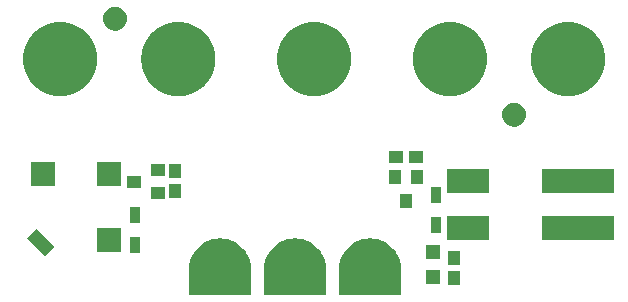
<source format=gbr>
G04 EAGLE Gerber RS-274X export*
G75*
%MOMM*%
%FSLAX34Y34*%
%LPD*%
%INSoldermask Top*%
%IPPOS*%
%AMOC8*
5,1,8,0,0,1.08239X$1,22.5*%
G01*
%ADD10C,5.367600*%
%ADD11C,1.016000*%
%ADD12R,2.101600X2.101600*%
%ADD13R,2.101600X1.101600*%
%ADD14R,1.301600X1.101600*%
%ADD15R,1.101600X1.176600*%
%ADD16R,0.901600X1.451600*%
%ADD17R,1.101600X1.301600*%
%ADD18R,1.176600X1.101600*%
%ADD19R,3.601600X2.101600*%
%ADD20R,6.101600X2.101600*%
%ADD21C,4.317600*%
%ADD22C,1.101600*%
%ADD23C,0.500000*%
%ADD24R,1.301600X1.301600*%

G36*
X330302Y2557D02*
X330302Y2557D01*
X330404Y2565D01*
X330432Y2577D01*
X330463Y2582D01*
X330555Y2626D01*
X330651Y2664D01*
X330674Y2684D01*
X330702Y2697D01*
X330777Y2767D01*
X330857Y2832D01*
X330874Y2858D01*
X330896Y2879D01*
X330947Y2968D01*
X331004Y3053D01*
X331010Y3077D01*
X331028Y3109D01*
X331086Y3369D01*
X331083Y3407D01*
X331088Y3430D01*
X331088Y24130D01*
X331082Y24169D01*
X331086Y24193D01*
X330827Y27808D01*
X330809Y27889D01*
X330809Y27934D01*
X330039Y31475D01*
X330010Y31552D01*
X330003Y31596D01*
X328737Y34992D01*
X328697Y35065D01*
X328684Y35107D01*
X326947Y38288D01*
X326897Y38354D01*
X326879Y38395D01*
X324707Y41296D01*
X324648Y41354D01*
X324624Y41392D01*
X322062Y43954D01*
X321995Y44003D01*
X321966Y44037D01*
X319065Y46209D01*
X318991Y46248D01*
X318958Y46277D01*
X315777Y48014D01*
X315699Y48043D01*
X315662Y48067D01*
X312266Y49333D01*
X312185Y49350D01*
X312145Y49369D01*
X308604Y50139D01*
X308521Y50145D01*
X308478Y50157D01*
X304863Y50416D01*
X304781Y50409D01*
X304737Y50416D01*
X301122Y50157D01*
X301041Y50139D01*
X300996Y50139D01*
X297455Y49369D01*
X297378Y49340D01*
X297334Y49333D01*
X293938Y48067D01*
X293865Y48027D01*
X293823Y48014D01*
X290642Y46277D01*
X290576Y46227D01*
X290535Y46209D01*
X287634Y44037D01*
X287576Y43978D01*
X287538Y43954D01*
X284976Y41392D01*
X284927Y41325D01*
X284893Y41296D01*
X282721Y38395D01*
X282682Y38321D01*
X282653Y38288D01*
X280916Y35107D01*
X280887Y35029D01*
X280863Y34992D01*
X279597Y31596D01*
X279580Y31515D01*
X279561Y31475D01*
X278791Y27934D01*
X278785Y27851D01*
X278773Y27808D01*
X278514Y24193D01*
X278517Y24154D01*
X278512Y24130D01*
X278512Y3430D01*
X278527Y3328D01*
X278535Y3226D01*
X278547Y3198D01*
X278552Y3167D01*
X278596Y3075D01*
X278634Y2979D01*
X278654Y2956D01*
X278667Y2928D01*
X278737Y2853D01*
X278802Y2773D01*
X278828Y2756D01*
X278849Y2734D01*
X278938Y2683D01*
X279023Y2626D01*
X279047Y2620D01*
X279079Y2602D01*
X279339Y2544D01*
X279377Y2547D01*
X279400Y2542D01*
X330200Y2542D01*
X330302Y2557D01*
G37*
G36*
X266802Y2557D02*
X266802Y2557D01*
X266904Y2565D01*
X266932Y2577D01*
X266963Y2582D01*
X267055Y2626D01*
X267151Y2664D01*
X267174Y2684D01*
X267202Y2697D01*
X267277Y2767D01*
X267357Y2832D01*
X267374Y2858D01*
X267396Y2879D01*
X267447Y2968D01*
X267504Y3053D01*
X267510Y3077D01*
X267528Y3109D01*
X267586Y3369D01*
X267583Y3407D01*
X267588Y3430D01*
X267588Y24130D01*
X267582Y24169D01*
X267586Y24193D01*
X267327Y27808D01*
X267309Y27889D01*
X267309Y27934D01*
X266539Y31475D01*
X266510Y31552D01*
X266503Y31596D01*
X265237Y34992D01*
X265197Y35065D01*
X265184Y35107D01*
X263447Y38288D01*
X263397Y38354D01*
X263379Y38395D01*
X261207Y41296D01*
X261148Y41354D01*
X261124Y41392D01*
X258562Y43954D01*
X258495Y44003D01*
X258466Y44037D01*
X255565Y46209D01*
X255491Y46248D01*
X255458Y46277D01*
X252277Y48014D01*
X252199Y48043D01*
X252162Y48067D01*
X248766Y49333D01*
X248685Y49350D01*
X248645Y49369D01*
X245104Y50139D01*
X245021Y50145D01*
X244978Y50157D01*
X241363Y50416D01*
X241281Y50409D01*
X241237Y50416D01*
X237622Y50157D01*
X237541Y50139D01*
X237496Y50139D01*
X233955Y49369D01*
X233878Y49340D01*
X233834Y49333D01*
X230438Y48067D01*
X230365Y48027D01*
X230323Y48014D01*
X227142Y46277D01*
X227076Y46227D01*
X227035Y46209D01*
X224134Y44037D01*
X224076Y43978D01*
X224038Y43954D01*
X221476Y41392D01*
X221427Y41325D01*
X221393Y41296D01*
X219221Y38395D01*
X219182Y38321D01*
X219153Y38288D01*
X217416Y35107D01*
X217387Y35029D01*
X217363Y34992D01*
X216097Y31596D01*
X216080Y31515D01*
X216061Y31475D01*
X215291Y27934D01*
X215285Y27851D01*
X215273Y27808D01*
X215014Y24193D01*
X215017Y24154D01*
X215012Y24130D01*
X215012Y3430D01*
X215027Y3328D01*
X215035Y3226D01*
X215047Y3198D01*
X215052Y3167D01*
X215096Y3075D01*
X215134Y2979D01*
X215154Y2956D01*
X215167Y2928D01*
X215237Y2853D01*
X215302Y2773D01*
X215328Y2756D01*
X215349Y2734D01*
X215438Y2683D01*
X215523Y2626D01*
X215547Y2620D01*
X215579Y2602D01*
X215839Y2544D01*
X215877Y2547D01*
X215900Y2542D01*
X266700Y2542D01*
X266802Y2557D01*
G37*
G36*
X203302Y2557D02*
X203302Y2557D01*
X203404Y2565D01*
X203432Y2577D01*
X203463Y2582D01*
X203555Y2626D01*
X203651Y2664D01*
X203674Y2684D01*
X203702Y2697D01*
X203777Y2767D01*
X203857Y2832D01*
X203874Y2858D01*
X203896Y2879D01*
X203947Y2968D01*
X204004Y3053D01*
X204010Y3077D01*
X204028Y3109D01*
X204086Y3369D01*
X204083Y3407D01*
X204088Y3430D01*
X204088Y24130D01*
X204082Y24169D01*
X204086Y24193D01*
X203827Y27808D01*
X203809Y27889D01*
X203809Y27934D01*
X203039Y31475D01*
X203010Y31552D01*
X203003Y31596D01*
X201737Y34992D01*
X201697Y35065D01*
X201684Y35107D01*
X199947Y38288D01*
X199897Y38354D01*
X199879Y38395D01*
X197707Y41296D01*
X197648Y41354D01*
X197624Y41392D01*
X195062Y43954D01*
X194995Y44003D01*
X194966Y44037D01*
X192065Y46209D01*
X191991Y46248D01*
X191958Y46277D01*
X188777Y48014D01*
X188699Y48043D01*
X188662Y48067D01*
X185266Y49333D01*
X185185Y49350D01*
X185145Y49369D01*
X181604Y50139D01*
X181521Y50145D01*
X181478Y50157D01*
X177863Y50416D01*
X177781Y50409D01*
X177737Y50416D01*
X174122Y50157D01*
X174041Y50139D01*
X173996Y50139D01*
X170455Y49369D01*
X170378Y49340D01*
X170334Y49333D01*
X166938Y48067D01*
X166865Y48027D01*
X166823Y48014D01*
X163642Y46277D01*
X163576Y46227D01*
X163535Y46209D01*
X160634Y44037D01*
X160576Y43978D01*
X160538Y43954D01*
X157976Y41392D01*
X157927Y41325D01*
X157893Y41296D01*
X155721Y38395D01*
X155682Y38321D01*
X155653Y38288D01*
X153916Y35107D01*
X153887Y35029D01*
X153863Y34992D01*
X152597Y31596D01*
X152580Y31515D01*
X152561Y31475D01*
X151791Y27934D01*
X151785Y27851D01*
X151773Y27808D01*
X151514Y24193D01*
X151517Y24154D01*
X151512Y24130D01*
X151512Y3430D01*
X151527Y3328D01*
X151535Y3226D01*
X151547Y3198D01*
X151552Y3167D01*
X151596Y3075D01*
X151634Y2979D01*
X151654Y2956D01*
X151667Y2928D01*
X151737Y2853D01*
X151802Y2773D01*
X151828Y2756D01*
X151849Y2734D01*
X151938Y2683D01*
X152023Y2626D01*
X152047Y2620D01*
X152079Y2602D01*
X152339Y2544D01*
X152377Y2547D01*
X152400Y2542D01*
X203200Y2542D01*
X203302Y2557D01*
G37*
D10*
X257429Y202080D03*
D11*
X231267Y202080D02*
X231275Y202722D01*
X231299Y203364D01*
X231338Y204005D01*
X231393Y204644D01*
X231464Y205283D01*
X231550Y205919D01*
X231652Y206553D01*
X231770Y207184D01*
X231903Y207812D01*
X232051Y208437D01*
X232215Y209058D01*
X232394Y209674D01*
X232587Y210287D01*
X232796Y210894D01*
X233020Y211496D01*
X233258Y212092D01*
X233511Y212682D01*
X233779Y213266D01*
X234060Y213843D01*
X234356Y214413D01*
X234666Y214975D01*
X234989Y215530D01*
X235326Y216077D01*
X235676Y216615D01*
X236039Y217144D01*
X236415Y217665D01*
X236804Y218176D01*
X237206Y218677D01*
X237619Y219168D01*
X238044Y219649D01*
X238481Y220120D01*
X238930Y220579D01*
X239389Y221028D01*
X239860Y221465D01*
X240341Y221890D01*
X240832Y222303D01*
X241333Y222705D01*
X241844Y223094D01*
X242365Y223470D01*
X242894Y223833D01*
X243432Y224183D01*
X243979Y224520D01*
X244534Y224843D01*
X245096Y225153D01*
X245666Y225449D01*
X246243Y225730D01*
X246827Y225998D01*
X247417Y226251D01*
X248013Y226489D01*
X248615Y226713D01*
X249222Y226922D01*
X249835Y227115D01*
X250451Y227294D01*
X251072Y227458D01*
X251697Y227606D01*
X252325Y227739D01*
X252956Y227857D01*
X253590Y227959D01*
X254226Y228045D01*
X254865Y228116D01*
X255504Y228171D01*
X256145Y228210D01*
X256787Y228234D01*
X257429Y228242D01*
X258071Y228234D01*
X258713Y228210D01*
X259354Y228171D01*
X259993Y228116D01*
X260632Y228045D01*
X261268Y227959D01*
X261902Y227857D01*
X262533Y227739D01*
X263161Y227606D01*
X263786Y227458D01*
X264407Y227294D01*
X265023Y227115D01*
X265636Y226922D01*
X266243Y226713D01*
X266845Y226489D01*
X267441Y226251D01*
X268031Y225998D01*
X268615Y225730D01*
X269192Y225449D01*
X269762Y225153D01*
X270324Y224843D01*
X270879Y224520D01*
X271426Y224183D01*
X271964Y223833D01*
X272493Y223470D01*
X273014Y223094D01*
X273525Y222705D01*
X274026Y222303D01*
X274517Y221890D01*
X274998Y221465D01*
X275469Y221028D01*
X275928Y220579D01*
X276377Y220120D01*
X276814Y219649D01*
X277239Y219168D01*
X277652Y218677D01*
X278054Y218176D01*
X278443Y217665D01*
X278819Y217144D01*
X279182Y216615D01*
X279532Y216077D01*
X279869Y215530D01*
X280192Y214975D01*
X280502Y214413D01*
X280798Y213843D01*
X281079Y213266D01*
X281347Y212682D01*
X281600Y212092D01*
X281838Y211496D01*
X282062Y210894D01*
X282271Y210287D01*
X282464Y209674D01*
X282643Y209058D01*
X282807Y208437D01*
X282955Y207812D01*
X283088Y207184D01*
X283206Y206553D01*
X283308Y205919D01*
X283394Y205283D01*
X283465Y204644D01*
X283520Y204005D01*
X283559Y203364D01*
X283583Y202722D01*
X283591Y202080D01*
X283583Y201438D01*
X283559Y200796D01*
X283520Y200155D01*
X283465Y199516D01*
X283394Y198877D01*
X283308Y198241D01*
X283206Y197607D01*
X283088Y196976D01*
X282955Y196348D01*
X282807Y195723D01*
X282643Y195102D01*
X282464Y194486D01*
X282271Y193873D01*
X282062Y193266D01*
X281838Y192664D01*
X281600Y192068D01*
X281347Y191478D01*
X281079Y190894D01*
X280798Y190317D01*
X280502Y189747D01*
X280192Y189185D01*
X279869Y188630D01*
X279532Y188083D01*
X279182Y187545D01*
X278819Y187016D01*
X278443Y186495D01*
X278054Y185984D01*
X277652Y185483D01*
X277239Y184992D01*
X276814Y184511D01*
X276377Y184040D01*
X275928Y183581D01*
X275469Y183132D01*
X274998Y182695D01*
X274517Y182270D01*
X274026Y181857D01*
X273525Y181455D01*
X273014Y181066D01*
X272493Y180690D01*
X271964Y180327D01*
X271426Y179977D01*
X270879Y179640D01*
X270324Y179317D01*
X269762Y179007D01*
X269192Y178711D01*
X268615Y178430D01*
X268031Y178162D01*
X267441Y177909D01*
X266845Y177671D01*
X266243Y177447D01*
X265636Y177238D01*
X265023Y177045D01*
X264407Y176866D01*
X263786Y176702D01*
X263161Y176554D01*
X262533Y176421D01*
X261902Y176303D01*
X261268Y176201D01*
X260632Y176115D01*
X259993Y176044D01*
X259354Y175989D01*
X258713Y175950D01*
X258071Y175926D01*
X257429Y175918D01*
X256787Y175926D01*
X256145Y175950D01*
X255504Y175989D01*
X254865Y176044D01*
X254226Y176115D01*
X253590Y176201D01*
X252956Y176303D01*
X252325Y176421D01*
X251697Y176554D01*
X251072Y176702D01*
X250451Y176866D01*
X249835Y177045D01*
X249222Y177238D01*
X248615Y177447D01*
X248013Y177671D01*
X247417Y177909D01*
X246827Y178162D01*
X246243Y178430D01*
X245666Y178711D01*
X245096Y179007D01*
X244534Y179317D01*
X243979Y179640D01*
X243432Y179977D01*
X242894Y180327D01*
X242365Y180690D01*
X241844Y181066D01*
X241333Y181455D01*
X240832Y181857D01*
X240341Y182270D01*
X239860Y182695D01*
X239389Y183132D01*
X238930Y183581D01*
X238481Y184040D01*
X238044Y184511D01*
X237619Y184992D01*
X237206Y185483D01*
X236804Y185984D01*
X236415Y186495D01*
X236039Y187016D01*
X235676Y187545D01*
X235326Y188083D01*
X234989Y188630D01*
X234666Y189185D01*
X234356Y189747D01*
X234060Y190317D01*
X233779Y190894D01*
X233511Y191478D01*
X233258Y192068D01*
X233020Y192664D01*
X232796Y193266D01*
X232587Y193873D01*
X232394Y194486D01*
X232215Y195102D01*
X232051Y195723D01*
X231903Y196348D01*
X231770Y196976D01*
X231652Y197607D01*
X231550Y198241D01*
X231464Y198877D01*
X231393Y199516D01*
X231338Y200155D01*
X231299Y200796D01*
X231275Y201438D01*
X231267Y202080D01*
D10*
X142429Y202080D03*
D11*
X116267Y202080D02*
X116275Y202722D01*
X116299Y203364D01*
X116338Y204005D01*
X116393Y204644D01*
X116464Y205283D01*
X116550Y205919D01*
X116652Y206553D01*
X116770Y207184D01*
X116903Y207812D01*
X117051Y208437D01*
X117215Y209058D01*
X117394Y209674D01*
X117587Y210287D01*
X117796Y210894D01*
X118020Y211496D01*
X118258Y212092D01*
X118511Y212682D01*
X118779Y213266D01*
X119060Y213843D01*
X119356Y214413D01*
X119666Y214975D01*
X119989Y215530D01*
X120326Y216077D01*
X120676Y216615D01*
X121039Y217144D01*
X121415Y217665D01*
X121804Y218176D01*
X122206Y218677D01*
X122619Y219168D01*
X123044Y219649D01*
X123481Y220120D01*
X123930Y220579D01*
X124389Y221028D01*
X124860Y221465D01*
X125341Y221890D01*
X125832Y222303D01*
X126333Y222705D01*
X126844Y223094D01*
X127365Y223470D01*
X127894Y223833D01*
X128432Y224183D01*
X128979Y224520D01*
X129534Y224843D01*
X130096Y225153D01*
X130666Y225449D01*
X131243Y225730D01*
X131827Y225998D01*
X132417Y226251D01*
X133013Y226489D01*
X133615Y226713D01*
X134222Y226922D01*
X134835Y227115D01*
X135451Y227294D01*
X136072Y227458D01*
X136697Y227606D01*
X137325Y227739D01*
X137956Y227857D01*
X138590Y227959D01*
X139226Y228045D01*
X139865Y228116D01*
X140504Y228171D01*
X141145Y228210D01*
X141787Y228234D01*
X142429Y228242D01*
X143071Y228234D01*
X143713Y228210D01*
X144354Y228171D01*
X144993Y228116D01*
X145632Y228045D01*
X146268Y227959D01*
X146902Y227857D01*
X147533Y227739D01*
X148161Y227606D01*
X148786Y227458D01*
X149407Y227294D01*
X150023Y227115D01*
X150636Y226922D01*
X151243Y226713D01*
X151845Y226489D01*
X152441Y226251D01*
X153031Y225998D01*
X153615Y225730D01*
X154192Y225449D01*
X154762Y225153D01*
X155324Y224843D01*
X155879Y224520D01*
X156426Y224183D01*
X156964Y223833D01*
X157493Y223470D01*
X158014Y223094D01*
X158525Y222705D01*
X159026Y222303D01*
X159517Y221890D01*
X159998Y221465D01*
X160469Y221028D01*
X160928Y220579D01*
X161377Y220120D01*
X161814Y219649D01*
X162239Y219168D01*
X162652Y218677D01*
X163054Y218176D01*
X163443Y217665D01*
X163819Y217144D01*
X164182Y216615D01*
X164532Y216077D01*
X164869Y215530D01*
X165192Y214975D01*
X165502Y214413D01*
X165798Y213843D01*
X166079Y213266D01*
X166347Y212682D01*
X166600Y212092D01*
X166838Y211496D01*
X167062Y210894D01*
X167271Y210287D01*
X167464Y209674D01*
X167643Y209058D01*
X167807Y208437D01*
X167955Y207812D01*
X168088Y207184D01*
X168206Y206553D01*
X168308Y205919D01*
X168394Y205283D01*
X168465Y204644D01*
X168520Y204005D01*
X168559Y203364D01*
X168583Y202722D01*
X168591Y202080D01*
X168583Y201438D01*
X168559Y200796D01*
X168520Y200155D01*
X168465Y199516D01*
X168394Y198877D01*
X168308Y198241D01*
X168206Y197607D01*
X168088Y196976D01*
X167955Y196348D01*
X167807Y195723D01*
X167643Y195102D01*
X167464Y194486D01*
X167271Y193873D01*
X167062Y193266D01*
X166838Y192664D01*
X166600Y192068D01*
X166347Y191478D01*
X166079Y190894D01*
X165798Y190317D01*
X165502Y189747D01*
X165192Y189185D01*
X164869Y188630D01*
X164532Y188083D01*
X164182Y187545D01*
X163819Y187016D01*
X163443Y186495D01*
X163054Y185984D01*
X162652Y185483D01*
X162239Y184992D01*
X161814Y184511D01*
X161377Y184040D01*
X160928Y183581D01*
X160469Y183132D01*
X159998Y182695D01*
X159517Y182270D01*
X159026Y181857D01*
X158525Y181455D01*
X158014Y181066D01*
X157493Y180690D01*
X156964Y180327D01*
X156426Y179977D01*
X155879Y179640D01*
X155324Y179317D01*
X154762Y179007D01*
X154192Y178711D01*
X153615Y178430D01*
X153031Y178162D01*
X152441Y177909D01*
X151845Y177671D01*
X151243Y177447D01*
X150636Y177238D01*
X150023Y177045D01*
X149407Y176866D01*
X148786Y176702D01*
X148161Y176554D01*
X147533Y176421D01*
X146902Y176303D01*
X146268Y176201D01*
X145632Y176115D01*
X144993Y176044D01*
X144354Y175989D01*
X143713Y175950D01*
X143071Y175926D01*
X142429Y175918D01*
X141787Y175926D01*
X141145Y175950D01*
X140504Y175989D01*
X139865Y176044D01*
X139226Y176115D01*
X138590Y176201D01*
X137956Y176303D01*
X137325Y176421D01*
X136697Y176554D01*
X136072Y176702D01*
X135451Y176866D01*
X134835Y177045D01*
X134222Y177238D01*
X133615Y177447D01*
X133013Y177671D01*
X132417Y177909D01*
X131827Y178162D01*
X131243Y178430D01*
X130666Y178711D01*
X130096Y179007D01*
X129534Y179317D01*
X128979Y179640D01*
X128432Y179977D01*
X127894Y180327D01*
X127365Y180690D01*
X126844Y181066D01*
X126333Y181455D01*
X125832Y181857D01*
X125341Y182270D01*
X124860Y182695D01*
X124389Y183132D01*
X123930Y183581D01*
X123481Y184040D01*
X123044Y184511D01*
X122619Y184992D01*
X122206Y185483D01*
X121804Y185984D01*
X121415Y186495D01*
X121039Y187016D01*
X120676Y187545D01*
X120326Y188083D01*
X119989Y188630D01*
X119666Y189185D01*
X119356Y189747D01*
X119060Y190317D01*
X118779Y190894D01*
X118511Y191478D01*
X118258Y192068D01*
X118020Y192664D01*
X117796Y193266D01*
X117587Y193873D01*
X117394Y194486D01*
X117215Y195102D01*
X117051Y195723D01*
X116903Y196348D01*
X116770Y196976D01*
X116652Y197607D01*
X116550Y198241D01*
X116464Y198877D01*
X116393Y199516D01*
X116338Y200155D01*
X116299Y200796D01*
X116275Y201438D01*
X116267Y202080D01*
D10*
X372429Y202080D03*
D11*
X346267Y202080D02*
X346275Y202722D01*
X346299Y203364D01*
X346338Y204005D01*
X346393Y204644D01*
X346464Y205283D01*
X346550Y205919D01*
X346652Y206553D01*
X346770Y207184D01*
X346903Y207812D01*
X347051Y208437D01*
X347215Y209058D01*
X347394Y209674D01*
X347587Y210287D01*
X347796Y210894D01*
X348020Y211496D01*
X348258Y212092D01*
X348511Y212682D01*
X348779Y213266D01*
X349060Y213843D01*
X349356Y214413D01*
X349666Y214975D01*
X349989Y215530D01*
X350326Y216077D01*
X350676Y216615D01*
X351039Y217144D01*
X351415Y217665D01*
X351804Y218176D01*
X352206Y218677D01*
X352619Y219168D01*
X353044Y219649D01*
X353481Y220120D01*
X353930Y220579D01*
X354389Y221028D01*
X354860Y221465D01*
X355341Y221890D01*
X355832Y222303D01*
X356333Y222705D01*
X356844Y223094D01*
X357365Y223470D01*
X357894Y223833D01*
X358432Y224183D01*
X358979Y224520D01*
X359534Y224843D01*
X360096Y225153D01*
X360666Y225449D01*
X361243Y225730D01*
X361827Y225998D01*
X362417Y226251D01*
X363013Y226489D01*
X363615Y226713D01*
X364222Y226922D01*
X364835Y227115D01*
X365451Y227294D01*
X366072Y227458D01*
X366697Y227606D01*
X367325Y227739D01*
X367956Y227857D01*
X368590Y227959D01*
X369226Y228045D01*
X369865Y228116D01*
X370504Y228171D01*
X371145Y228210D01*
X371787Y228234D01*
X372429Y228242D01*
X373071Y228234D01*
X373713Y228210D01*
X374354Y228171D01*
X374993Y228116D01*
X375632Y228045D01*
X376268Y227959D01*
X376902Y227857D01*
X377533Y227739D01*
X378161Y227606D01*
X378786Y227458D01*
X379407Y227294D01*
X380023Y227115D01*
X380636Y226922D01*
X381243Y226713D01*
X381845Y226489D01*
X382441Y226251D01*
X383031Y225998D01*
X383615Y225730D01*
X384192Y225449D01*
X384762Y225153D01*
X385324Y224843D01*
X385879Y224520D01*
X386426Y224183D01*
X386964Y223833D01*
X387493Y223470D01*
X388014Y223094D01*
X388525Y222705D01*
X389026Y222303D01*
X389517Y221890D01*
X389998Y221465D01*
X390469Y221028D01*
X390928Y220579D01*
X391377Y220120D01*
X391814Y219649D01*
X392239Y219168D01*
X392652Y218677D01*
X393054Y218176D01*
X393443Y217665D01*
X393819Y217144D01*
X394182Y216615D01*
X394532Y216077D01*
X394869Y215530D01*
X395192Y214975D01*
X395502Y214413D01*
X395798Y213843D01*
X396079Y213266D01*
X396347Y212682D01*
X396600Y212092D01*
X396838Y211496D01*
X397062Y210894D01*
X397271Y210287D01*
X397464Y209674D01*
X397643Y209058D01*
X397807Y208437D01*
X397955Y207812D01*
X398088Y207184D01*
X398206Y206553D01*
X398308Y205919D01*
X398394Y205283D01*
X398465Y204644D01*
X398520Y204005D01*
X398559Y203364D01*
X398583Y202722D01*
X398591Y202080D01*
X398583Y201438D01*
X398559Y200796D01*
X398520Y200155D01*
X398465Y199516D01*
X398394Y198877D01*
X398308Y198241D01*
X398206Y197607D01*
X398088Y196976D01*
X397955Y196348D01*
X397807Y195723D01*
X397643Y195102D01*
X397464Y194486D01*
X397271Y193873D01*
X397062Y193266D01*
X396838Y192664D01*
X396600Y192068D01*
X396347Y191478D01*
X396079Y190894D01*
X395798Y190317D01*
X395502Y189747D01*
X395192Y189185D01*
X394869Y188630D01*
X394532Y188083D01*
X394182Y187545D01*
X393819Y187016D01*
X393443Y186495D01*
X393054Y185984D01*
X392652Y185483D01*
X392239Y184992D01*
X391814Y184511D01*
X391377Y184040D01*
X390928Y183581D01*
X390469Y183132D01*
X389998Y182695D01*
X389517Y182270D01*
X389026Y181857D01*
X388525Y181455D01*
X388014Y181066D01*
X387493Y180690D01*
X386964Y180327D01*
X386426Y179977D01*
X385879Y179640D01*
X385324Y179317D01*
X384762Y179007D01*
X384192Y178711D01*
X383615Y178430D01*
X383031Y178162D01*
X382441Y177909D01*
X381845Y177671D01*
X381243Y177447D01*
X380636Y177238D01*
X380023Y177045D01*
X379407Y176866D01*
X378786Y176702D01*
X378161Y176554D01*
X377533Y176421D01*
X376902Y176303D01*
X376268Y176201D01*
X375632Y176115D01*
X374993Y176044D01*
X374354Y175989D01*
X373713Y175950D01*
X373071Y175926D01*
X372429Y175918D01*
X371787Y175926D01*
X371145Y175950D01*
X370504Y175989D01*
X369865Y176044D01*
X369226Y176115D01*
X368590Y176201D01*
X367956Y176303D01*
X367325Y176421D01*
X366697Y176554D01*
X366072Y176702D01*
X365451Y176866D01*
X364835Y177045D01*
X364222Y177238D01*
X363615Y177447D01*
X363013Y177671D01*
X362417Y177909D01*
X361827Y178162D01*
X361243Y178430D01*
X360666Y178711D01*
X360096Y179007D01*
X359534Y179317D01*
X358979Y179640D01*
X358432Y179977D01*
X357894Y180327D01*
X357365Y180690D01*
X356844Y181066D01*
X356333Y181455D01*
X355832Y181857D01*
X355341Y182270D01*
X354860Y182695D01*
X354389Y183132D01*
X353930Y183581D01*
X353481Y184040D01*
X353044Y184511D01*
X352619Y184992D01*
X352206Y185483D01*
X351804Y185984D01*
X351415Y186495D01*
X351039Y187016D01*
X350676Y187545D01*
X350326Y188083D01*
X349989Y188630D01*
X349666Y189185D01*
X349356Y189747D01*
X349060Y190317D01*
X348779Y190894D01*
X348511Y191478D01*
X348258Y192068D01*
X348020Y192664D01*
X347796Y193266D01*
X347587Y193873D01*
X347394Y194486D01*
X347215Y195102D01*
X347051Y195723D01*
X346903Y196348D01*
X346770Y196976D01*
X346652Y197607D01*
X346550Y198241D01*
X346464Y198877D01*
X346393Y199516D01*
X346338Y200155D01*
X346299Y200796D01*
X346275Y201438D01*
X346267Y202080D01*
D10*
X42429Y202080D03*
D11*
X16267Y202080D02*
X16275Y202722D01*
X16299Y203364D01*
X16338Y204005D01*
X16393Y204644D01*
X16464Y205283D01*
X16550Y205919D01*
X16652Y206553D01*
X16770Y207184D01*
X16903Y207812D01*
X17051Y208437D01*
X17215Y209058D01*
X17394Y209674D01*
X17587Y210287D01*
X17796Y210894D01*
X18020Y211496D01*
X18258Y212092D01*
X18511Y212682D01*
X18779Y213266D01*
X19060Y213843D01*
X19356Y214413D01*
X19666Y214975D01*
X19989Y215530D01*
X20326Y216077D01*
X20676Y216615D01*
X21039Y217144D01*
X21415Y217665D01*
X21804Y218176D01*
X22206Y218677D01*
X22619Y219168D01*
X23044Y219649D01*
X23481Y220120D01*
X23930Y220579D01*
X24389Y221028D01*
X24860Y221465D01*
X25341Y221890D01*
X25832Y222303D01*
X26333Y222705D01*
X26844Y223094D01*
X27365Y223470D01*
X27894Y223833D01*
X28432Y224183D01*
X28979Y224520D01*
X29534Y224843D01*
X30096Y225153D01*
X30666Y225449D01*
X31243Y225730D01*
X31827Y225998D01*
X32417Y226251D01*
X33013Y226489D01*
X33615Y226713D01*
X34222Y226922D01*
X34835Y227115D01*
X35451Y227294D01*
X36072Y227458D01*
X36697Y227606D01*
X37325Y227739D01*
X37956Y227857D01*
X38590Y227959D01*
X39226Y228045D01*
X39865Y228116D01*
X40504Y228171D01*
X41145Y228210D01*
X41787Y228234D01*
X42429Y228242D01*
X43071Y228234D01*
X43713Y228210D01*
X44354Y228171D01*
X44993Y228116D01*
X45632Y228045D01*
X46268Y227959D01*
X46902Y227857D01*
X47533Y227739D01*
X48161Y227606D01*
X48786Y227458D01*
X49407Y227294D01*
X50023Y227115D01*
X50636Y226922D01*
X51243Y226713D01*
X51845Y226489D01*
X52441Y226251D01*
X53031Y225998D01*
X53615Y225730D01*
X54192Y225449D01*
X54762Y225153D01*
X55324Y224843D01*
X55879Y224520D01*
X56426Y224183D01*
X56964Y223833D01*
X57493Y223470D01*
X58014Y223094D01*
X58525Y222705D01*
X59026Y222303D01*
X59517Y221890D01*
X59998Y221465D01*
X60469Y221028D01*
X60928Y220579D01*
X61377Y220120D01*
X61814Y219649D01*
X62239Y219168D01*
X62652Y218677D01*
X63054Y218176D01*
X63443Y217665D01*
X63819Y217144D01*
X64182Y216615D01*
X64532Y216077D01*
X64869Y215530D01*
X65192Y214975D01*
X65502Y214413D01*
X65798Y213843D01*
X66079Y213266D01*
X66347Y212682D01*
X66600Y212092D01*
X66838Y211496D01*
X67062Y210894D01*
X67271Y210287D01*
X67464Y209674D01*
X67643Y209058D01*
X67807Y208437D01*
X67955Y207812D01*
X68088Y207184D01*
X68206Y206553D01*
X68308Y205919D01*
X68394Y205283D01*
X68465Y204644D01*
X68520Y204005D01*
X68559Y203364D01*
X68583Y202722D01*
X68591Y202080D01*
X68583Y201438D01*
X68559Y200796D01*
X68520Y200155D01*
X68465Y199516D01*
X68394Y198877D01*
X68308Y198241D01*
X68206Y197607D01*
X68088Y196976D01*
X67955Y196348D01*
X67807Y195723D01*
X67643Y195102D01*
X67464Y194486D01*
X67271Y193873D01*
X67062Y193266D01*
X66838Y192664D01*
X66600Y192068D01*
X66347Y191478D01*
X66079Y190894D01*
X65798Y190317D01*
X65502Y189747D01*
X65192Y189185D01*
X64869Y188630D01*
X64532Y188083D01*
X64182Y187545D01*
X63819Y187016D01*
X63443Y186495D01*
X63054Y185984D01*
X62652Y185483D01*
X62239Y184992D01*
X61814Y184511D01*
X61377Y184040D01*
X60928Y183581D01*
X60469Y183132D01*
X59998Y182695D01*
X59517Y182270D01*
X59026Y181857D01*
X58525Y181455D01*
X58014Y181066D01*
X57493Y180690D01*
X56964Y180327D01*
X56426Y179977D01*
X55879Y179640D01*
X55324Y179317D01*
X54762Y179007D01*
X54192Y178711D01*
X53615Y178430D01*
X53031Y178162D01*
X52441Y177909D01*
X51845Y177671D01*
X51243Y177447D01*
X50636Y177238D01*
X50023Y177045D01*
X49407Y176866D01*
X48786Y176702D01*
X48161Y176554D01*
X47533Y176421D01*
X46902Y176303D01*
X46268Y176201D01*
X45632Y176115D01*
X44993Y176044D01*
X44354Y175989D01*
X43713Y175950D01*
X43071Y175926D01*
X42429Y175918D01*
X41787Y175926D01*
X41145Y175950D01*
X40504Y175989D01*
X39865Y176044D01*
X39226Y176115D01*
X38590Y176201D01*
X37956Y176303D01*
X37325Y176421D01*
X36697Y176554D01*
X36072Y176702D01*
X35451Y176866D01*
X34835Y177045D01*
X34222Y177238D01*
X33615Y177447D01*
X33013Y177671D01*
X32417Y177909D01*
X31827Y178162D01*
X31243Y178430D01*
X30666Y178711D01*
X30096Y179007D01*
X29534Y179317D01*
X28979Y179640D01*
X28432Y179977D01*
X27894Y180327D01*
X27365Y180690D01*
X26844Y181066D01*
X26333Y181455D01*
X25832Y181857D01*
X25341Y182270D01*
X24860Y182695D01*
X24389Y183132D01*
X23930Y183581D01*
X23481Y184040D01*
X23044Y184511D01*
X22619Y184992D01*
X22206Y185483D01*
X21804Y185984D01*
X21415Y186495D01*
X21039Y187016D01*
X20676Y187545D01*
X20326Y188083D01*
X19989Y188630D01*
X19666Y189185D01*
X19356Y189747D01*
X19060Y190317D01*
X18779Y190894D01*
X18511Y191478D01*
X18258Y192068D01*
X18020Y192664D01*
X17796Y193266D01*
X17587Y193873D01*
X17394Y194486D01*
X17215Y195102D01*
X17051Y195723D01*
X16903Y196348D01*
X16770Y196976D01*
X16652Y197607D01*
X16550Y198241D01*
X16464Y198877D01*
X16393Y199516D01*
X16338Y200155D01*
X16299Y200796D01*
X16275Y201438D01*
X16267Y202080D01*
D10*
X472429Y202080D03*
D11*
X446267Y202080D02*
X446275Y202722D01*
X446299Y203364D01*
X446338Y204005D01*
X446393Y204644D01*
X446464Y205283D01*
X446550Y205919D01*
X446652Y206553D01*
X446770Y207184D01*
X446903Y207812D01*
X447051Y208437D01*
X447215Y209058D01*
X447394Y209674D01*
X447587Y210287D01*
X447796Y210894D01*
X448020Y211496D01*
X448258Y212092D01*
X448511Y212682D01*
X448779Y213266D01*
X449060Y213843D01*
X449356Y214413D01*
X449666Y214975D01*
X449989Y215530D01*
X450326Y216077D01*
X450676Y216615D01*
X451039Y217144D01*
X451415Y217665D01*
X451804Y218176D01*
X452206Y218677D01*
X452619Y219168D01*
X453044Y219649D01*
X453481Y220120D01*
X453930Y220579D01*
X454389Y221028D01*
X454860Y221465D01*
X455341Y221890D01*
X455832Y222303D01*
X456333Y222705D01*
X456844Y223094D01*
X457365Y223470D01*
X457894Y223833D01*
X458432Y224183D01*
X458979Y224520D01*
X459534Y224843D01*
X460096Y225153D01*
X460666Y225449D01*
X461243Y225730D01*
X461827Y225998D01*
X462417Y226251D01*
X463013Y226489D01*
X463615Y226713D01*
X464222Y226922D01*
X464835Y227115D01*
X465451Y227294D01*
X466072Y227458D01*
X466697Y227606D01*
X467325Y227739D01*
X467956Y227857D01*
X468590Y227959D01*
X469226Y228045D01*
X469865Y228116D01*
X470504Y228171D01*
X471145Y228210D01*
X471787Y228234D01*
X472429Y228242D01*
X473071Y228234D01*
X473713Y228210D01*
X474354Y228171D01*
X474993Y228116D01*
X475632Y228045D01*
X476268Y227959D01*
X476902Y227857D01*
X477533Y227739D01*
X478161Y227606D01*
X478786Y227458D01*
X479407Y227294D01*
X480023Y227115D01*
X480636Y226922D01*
X481243Y226713D01*
X481845Y226489D01*
X482441Y226251D01*
X483031Y225998D01*
X483615Y225730D01*
X484192Y225449D01*
X484762Y225153D01*
X485324Y224843D01*
X485879Y224520D01*
X486426Y224183D01*
X486964Y223833D01*
X487493Y223470D01*
X488014Y223094D01*
X488525Y222705D01*
X489026Y222303D01*
X489517Y221890D01*
X489998Y221465D01*
X490469Y221028D01*
X490928Y220579D01*
X491377Y220120D01*
X491814Y219649D01*
X492239Y219168D01*
X492652Y218677D01*
X493054Y218176D01*
X493443Y217665D01*
X493819Y217144D01*
X494182Y216615D01*
X494532Y216077D01*
X494869Y215530D01*
X495192Y214975D01*
X495502Y214413D01*
X495798Y213843D01*
X496079Y213266D01*
X496347Y212682D01*
X496600Y212092D01*
X496838Y211496D01*
X497062Y210894D01*
X497271Y210287D01*
X497464Y209674D01*
X497643Y209058D01*
X497807Y208437D01*
X497955Y207812D01*
X498088Y207184D01*
X498206Y206553D01*
X498308Y205919D01*
X498394Y205283D01*
X498465Y204644D01*
X498520Y204005D01*
X498559Y203364D01*
X498583Y202722D01*
X498591Y202080D01*
X498583Y201438D01*
X498559Y200796D01*
X498520Y200155D01*
X498465Y199516D01*
X498394Y198877D01*
X498308Y198241D01*
X498206Y197607D01*
X498088Y196976D01*
X497955Y196348D01*
X497807Y195723D01*
X497643Y195102D01*
X497464Y194486D01*
X497271Y193873D01*
X497062Y193266D01*
X496838Y192664D01*
X496600Y192068D01*
X496347Y191478D01*
X496079Y190894D01*
X495798Y190317D01*
X495502Y189747D01*
X495192Y189185D01*
X494869Y188630D01*
X494532Y188083D01*
X494182Y187545D01*
X493819Y187016D01*
X493443Y186495D01*
X493054Y185984D01*
X492652Y185483D01*
X492239Y184992D01*
X491814Y184511D01*
X491377Y184040D01*
X490928Y183581D01*
X490469Y183132D01*
X489998Y182695D01*
X489517Y182270D01*
X489026Y181857D01*
X488525Y181455D01*
X488014Y181066D01*
X487493Y180690D01*
X486964Y180327D01*
X486426Y179977D01*
X485879Y179640D01*
X485324Y179317D01*
X484762Y179007D01*
X484192Y178711D01*
X483615Y178430D01*
X483031Y178162D01*
X482441Y177909D01*
X481845Y177671D01*
X481243Y177447D01*
X480636Y177238D01*
X480023Y177045D01*
X479407Y176866D01*
X478786Y176702D01*
X478161Y176554D01*
X477533Y176421D01*
X476902Y176303D01*
X476268Y176201D01*
X475632Y176115D01*
X474993Y176044D01*
X474354Y175989D01*
X473713Y175950D01*
X473071Y175926D01*
X472429Y175918D01*
X471787Y175926D01*
X471145Y175950D01*
X470504Y175989D01*
X469865Y176044D01*
X469226Y176115D01*
X468590Y176201D01*
X467956Y176303D01*
X467325Y176421D01*
X466697Y176554D01*
X466072Y176702D01*
X465451Y176866D01*
X464835Y177045D01*
X464222Y177238D01*
X463615Y177447D01*
X463013Y177671D01*
X462417Y177909D01*
X461827Y178162D01*
X461243Y178430D01*
X460666Y178711D01*
X460096Y179007D01*
X459534Y179317D01*
X458979Y179640D01*
X458432Y179977D01*
X457894Y180327D01*
X457365Y180690D01*
X456844Y181066D01*
X456333Y181455D01*
X455832Y181857D01*
X455341Y182270D01*
X454860Y182695D01*
X454389Y183132D01*
X453930Y183581D01*
X453481Y184040D01*
X453044Y184511D01*
X452619Y184992D01*
X452206Y185483D01*
X451804Y185984D01*
X451415Y186495D01*
X451039Y187016D01*
X450676Y187545D01*
X450326Y188083D01*
X449989Y188630D01*
X449666Y189185D01*
X449356Y189747D01*
X449060Y190317D01*
X448779Y190894D01*
X448511Y191478D01*
X448258Y192068D01*
X448020Y192664D01*
X447796Y193266D01*
X447587Y193873D01*
X447394Y194486D01*
X447215Y195102D01*
X447051Y195723D01*
X446903Y196348D01*
X446770Y196976D01*
X446652Y197607D01*
X446550Y198241D01*
X446464Y198877D01*
X446393Y199516D01*
X446338Y200155D01*
X446299Y200796D01*
X446275Y201438D01*
X446267Y202080D01*
D12*
X28007Y104708D03*
X84007Y104708D03*
X84007Y48708D03*
D13*
G36*
X22472Y58033D02*
X37332Y43173D01*
X29542Y35383D01*
X14682Y50243D01*
X22472Y58033D01*
G37*
D14*
X105189Y98298D03*
X125189Y107798D03*
X125189Y88798D03*
D15*
X139954Y90179D03*
X139954Y107179D03*
D16*
X105410Y45085D03*
X105410Y70485D03*
D17*
X335280Y82329D03*
X325780Y102329D03*
X344780Y102329D03*
D18*
X344034Y119380D03*
X327034Y119380D03*
D16*
X360934Y87249D03*
X360934Y61849D03*
D19*
X388090Y98740D03*
D20*
X480590Y98740D03*
D19*
X388090Y58740D03*
D20*
X480590Y58740D03*
D21*
X177800Y27940D03*
X241300Y27940D03*
X304800Y27940D03*
D22*
X88900Y236220D03*
D23*
X88900Y243720D02*
X88719Y243718D01*
X88538Y243711D01*
X88357Y243700D01*
X88176Y243685D01*
X87996Y243665D01*
X87816Y243641D01*
X87637Y243613D01*
X87459Y243580D01*
X87282Y243543D01*
X87105Y243502D01*
X86930Y243457D01*
X86755Y243407D01*
X86582Y243353D01*
X86411Y243295D01*
X86240Y243233D01*
X86072Y243166D01*
X85905Y243096D01*
X85739Y243022D01*
X85576Y242943D01*
X85415Y242861D01*
X85255Y242775D01*
X85098Y242685D01*
X84943Y242591D01*
X84790Y242494D01*
X84640Y242392D01*
X84492Y242288D01*
X84346Y242179D01*
X84204Y242068D01*
X84064Y241952D01*
X83927Y241834D01*
X83792Y241712D01*
X83661Y241587D01*
X83533Y241459D01*
X83408Y241328D01*
X83286Y241193D01*
X83168Y241056D01*
X83052Y240916D01*
X82941Y240774D01*
X82832Y240628D01*
X82728Y240480D01*
X82626Y240330D01*
X82529Y240177D01*
X82435Y240022D01*
X82345Y239865D01*
X82259Y239705D01*
X82177Y239544D01*
X82098Y239381D01*
X82024Y239215D01*
X81954Y239048D01*
X81887Y238880D01*
X81825Y238709D01*
X81767Y238538D01*
X81713Y238365D01*
X81663Y238190D01*
X81618Y238015D01*
X81577Y237838D01*
X81540Y237661D01*
X81507Y237483D01*
X81479Y237304D01*
X81455Y237124D01*
X81435Y236944D01*
X81420Y236763D01*
X81409Y236582D01*
X81402Y236401D01*
X81400Y236220D01*
X88900Y243720D02*
X89081Y243718D01*
X89262Y243711D01*
X89443Y243700D01*
X89624Y243685D01*
X89804Y243665D01*
X89984Y243641D01*
X90163Y243613D01*
X90341Y243580D01*
X90518Y243543D01*
X90695Y243502D01*
X90870Y243457D01*
X91045Y243407D01*
X91218Y243353D01*
X91389Y243295D01*
X91560Y243233D01*
X91728Y243166D01*
X91895Y243096D01*
X92061Y243022D01*
X92224Y242943D01*
X92385Y242861D01*
X92545Y242775D01*
X92702Y242685D01*
X92857Y242591D01*
X93010Y242494D01*
X93160Y242392D01*
X93308Y242288D01*
X93454Y242179D01*
X93596Y242068D01*
X93736Y241952D01*
X93873Y241834D01*
X94008Y241712D01*
X94139Y241587D01*
X94267Y241459D01*
X94392Y241328D01*
X94514Y241193D01*
X94632Y241056D01*
X94748Y240916D01*
X94859Y240774D01*
X94968Y240628D01*
X95072Y240480D01*
X95174Y240330D01*
X95271Y240177D01*
X95365Y240022D01*
X95455Y239865D01*
X95541Y239705D01*
X95623Y239544D01*
X95702Y239381D01*
X95776Y239215D01*
X95846Y239048D01*
X95913Y238880D01*
X95975Y238709D01*
X96033Y238538D01*
X96087Y238365D01*
X96137Y238190D01*
X96182Y238015D01*
X96223Y237838D01*
X96260Y237661D01*
X96293Y237483D01*
X96321Y237304D01*
X96345Y237124D01*
X96365Y236944D01*
X96380Y236763D01*
X96391Y236582D01*
X96398Y236401D01*
X96400Y236220D01*
X96398Y236039D01*
X96391Y235858D01*
X96380Y235677D01*
X96365Y235496D01*
X96345Y235316D01*
X96321Y235136D01*
X96293Y234957D01*
X96260Y234779D01*
X96223Y234602D01*
X96182Y234425D01*
X96137Y234250D01*
X96087Y234075D01*
X96033Y233902D01*
X95975Y233731D01*
X95913Y233560D01*
X95846Y233392D01*
X95776Y233225D01*
X95702Y233059D01*
X95623Y232896D01*
X95541Y232735D01*
X95455Y232575D01*
X95365Y232418D01*
X95271Y232263D01*
X95174Y232110D01*
X95072Y231960D01*
X94968Y231812D01*
X94859Y231666D01*
X94748Y231524D01*
X94632Y231384D01*
X94514Y231247D01*
X94392Y231112D01*
X94267Y230981D01*
X94139Y230853D01*
X94008Y230728D01*
X93873Y230606D01*
X93736Y230488D01*
X93596Y230372D01*
X93454Y230261D01*
X93308Y230152D01*
X93160Y230048D01*
X93010Y229946D01*
X92857Y229849D01*
X92702Y229755D01*
X92545Y229665D01*
X92385Y229579D01*
X92224Y229497D01*
X92061Y229418D01*
X91895Y229344D01*
X91728Y229274D01*
X91560Y229207D01*
X91389Y229145D01*
X91218Y229087D01*
X91045Y229033D01*
X90870Y228983D01*
X90695Y228938D01*
X90518Y228897D01*
X90341Y228860D01*
X90163Y228827D01*
X89984Y228799D01*
X89804Y228775D01*
X89624Y228755D01*
X89443Y228740D01*
X89262Y228729D01*
X89081Y228722D01*
X88900Y228720D01*
X88719Y228722D01*
X88538Y228729D01*
X88357Y228740D01*
X88176Y228755D01*
X87996Y228775D01*
X87816Y228799D01*
X87637Y228827D01*
X87459Y228860D01*
X87282Y228897D01*
X87105Y228938D01*
X86930Y228983D01*
X86755Y229033D01*
X86582Y229087D01*
X86411Y229145D01*
X86240Y229207D01*
X86072Y229274D01*
X85905Y229344D01*
X85739Y229418D01*
X85576Y229497D01*
X85415Y229579D01*
X85255Y229665D01*
X85098Y229755D01*
X84943Y229849D01*
X84790Y229946D01*
X84640Y230048D01*
X84492Y230152D01*
X84346Y230261D01*
X84204Y230372D01*
X84064Y230488D01*
X83927Y230606D01*
X83792Y230728D01*
X83661Y230853D01*
X83533Y230981D01*
X83408Y231112D01*
X83286Y231247D01*
X83168Y231384D01*
X83052Y231524D01*
X82941Y231666D01*
X82832Y231812D01*
X82728Y231960D01*
X82626Y232110D01*
X82529Y232263D01*
X82435Y232418D01*
X82345Y232575D01*
X82259Y232735D01*
X82177Y232896D01*
X82098Y233059D01*
X82024Y233225D01*
X81954Y233392D01*
X81887Y233560D01*
X81825Y233731D01*
X81767Y233902D01*
X81713Y234075D01*
X81663Y234250D01*
X81618Y234425D01*
X81577Y234602D01*
X81540Y234779D01*
X81507Y234957D01*
X81479Y235136D01*
X81455Y235316D01*
X81435Y235496D01*
X81420Y235677D01*
X81409Y235858D01*
X81402Y236039D01*
X81400Y236220D01*
D22*
X426720Y154940D03*
D23*
X426720Y162440D02*
X426539Y162438D01*
X426358Y162431D01*
X426177Y162420D01*
X425996Y162405D01*
X425816Y162385D01*
X425636Y162361D01*
X425457Y162333D01*
X425279Y162300D01*
X425102Y162263D01*
X424925Y162222D01*
X424750Y162177D01*
X424575Y162127D01*
X424402Y162073D01*
X424231Y162015D01*
X424060Y161953D01*
X423892Y161886D01*
X423725Y161816D01*
X423559Y161742D01*
X423396Y161663D01*
X423235Y161581D01*
X423075Y161495D01*
X422918Y161405D01*
X422763Y161311D01*
X422610Y161214D01*
X422460Y161112D01*
X422312Y161008D01*
X422166Y160899D01*
X422024Y160788D01*
X421884Y160672D01*
X421747Y160554D01*
X421612Y160432D01*
X421481Y160307D01*
X421353Y160179D01*
X421228Y160048D01*
X421106Y159913D01*
X420988Y159776D01*
X420872Y159636D01*
X420761Y159494D01*
X420652Y159348D01*
X420548Y159200D01*
X420446Y159050D01*
X420349Y158897D01*
X420255Y158742D01*
X420165Y158585D01*
X420079Y158425D01*
X419997Y158264D01*
X419918Y158101D01*
X419844Y157935D01*
X419774Y157768D01*
X419707Y157600D01*
X419645Y157429D01*
X419587Y157258D01*
X419533Y157085D01*
X419483Y156910D01*
X419438Y156735D01*
X419397Y156558D01*
X419360Y156381D01*
X419327Y156203D01*
X419299Y156024D01*
X419275Y155844D01*
X419255Y155664D01*
X419240Y155483D01*
X419229Y155302D01*
X419222Y155121D01*
X419220Y154940D01*
X426720Y162440D02*
X426901Y162438D01*
X427082Y162431D01*
X427263Y162420D01*
X427444Y162405D01*
X427624Y162385D01*
X427804Y162361D01*
X427983Y162333D01*
X428161Y162300D01*
X428338Y162263D01*
X428515Y162222D01*
X428690Y162177D01*
X428865Y162127D01*
X429038Y162073D01*
X429209Y162015D01*
X429380Y161953D01*
X429548Y161886D01*
X429715Y161816D01*
X429881Y161742D01*
X430044Y161663D01*
X430205Y161581D01*
X430365Y161495D01*
X430522Y161405D01*
X430677Y161311D01*
X430830Y161214D01*
X430980Y161112D01*
X431128Y161008D01*
X431274Y160899D01*
X431416Y160788D01*
X431556Y160672D01*
X431693Y160554D01*
X431828Y160432D01*
X431959Y160307D01*
X432087Y160179D01*
X432212Y160048D01*
X432334Y159913D01*
X432452Y159776D01*
X432568Y159636D01*
X432679Y159494D01*
X432788Y159348D01*
X432892Y159200D01*
X432994Y159050D01*
X433091Y158897D01*
X433185Y158742D01*
X433275Y158585D01*
X433361Y158425D01*
X433443Y158264D01*
X433522Y158101D01*
X433596Y157935D01*
X433666Y157768D01*
X433733Y157600D01*
X433795Y157429D01*
X433853Y157258D01*
X433907Y157085D01*
X433957Y156910D01*
X434002Y156735D01*
X434043Y156558D01*
X434080Y156381D01*
X434113Y156203D01*
X434141Y156024D01*
X434165Y155844D01*
X434185Y155664D01*
X434200Y155483D01*
X434211Y155302D01*
X434218Y155121D01*
X434220Y154940D01*
X434218Y154759D01*
X434211Y154578D01*
X434200Y154397D01*
X434185Y154216D01*
X434165Y154036D01*
X434141Y153856D01*
X434113Y153677D01*
X434080Y153499D01*
X434043Y153322D01*
X434002Y153145D01*
X433957Y152970D01*
X433907Y152795D01*
X433853Y152622D01*
X433795Y152451D01*
X433733Y152280D01*
X433666Y152112D01*
X433596Y151945D01*
X433522Y151779D01*
X433443Y151616D01*
X433361Y151455D01*
X433275Y151295D01*
X433185Y151138D01*
X433091Y150983D01*
X432994Y150830D01*
X432892Y150680D01*
X432788Y150532D01*
X432679Y150386D01*
X432568Y150244D01*
X432452Y150104D01*
X432334Y149967D01*
X432212Y149832D01*
X432087Y149701D01*
X431959Y149573D01*
X431828Y149448D01*
X431693Y149326D01*
X431556Y149208D01*
X431416Y149092D01*
X431274Y148981D01*
X431128Y148872D01*
X430980Y148768D01*
X430830Y148666D01*
X430677Y148569D01*
X430522Y148475D01*
X430365Y148385D01*
X430205Y148299D01*
X430044Y148217D01*
X429881Y148138D01*
X429715Y148064D01*
X429548Y147994D01*
X429380Y147927D01*
X429209Y147865D01*
X429038Y147807D01*
X428865Y147753D01*
X428690Y147703D01*
X428515Y147658D01*
X428338Y147617D01*
X428161Y147580D01*
X427983Y147547D01*
X427804Y147519D01*
X427624Y147495D01*
X427444Y147475D01*
X427263Y147460D01*
X427082Y147449D01*
X426901Y147442D01*
X426720Y147440D01*
X426539Y147442D01*
X426358Y147449D01*
X426177Y147460D01*
X425996Y147475D01*
X425816Y147495D01*
X425636Y147519D01*
X425457Y147547D01*
X425279Y147580D01*
X425102Y147617D01*
X424925Y147658D01*
X424750Y147703D01*
X424575Y147753D01*
X424402Y147807D01*
X424231Y147865D01*
X424060Y147927D01*
X423892Y147994D01*
X423725Y148064D01*
X423559Y148138D01*
X423396Y148217D01*
X423235Y148299D01*
X423075Y148385D01*
X422918Y148475D01*
X422763Y148569D01*
X422610Y148666D01*
X422460Y148768D01*
X422312Y148872D01*
X422166Y148981D01*
X422024Y149092D01*
X421884Y149208D01*
X421747Y149326D01*
X421612Y149448D01*
X421481Y149573D01*
X421353Y149701D01*
X421228Y149832D01*
X421106Y149967D01*
X420988Y150104D01*
X420872Y150244D01*
X420761Y150386D01*
X420652Y150532D01*
X420548Y150680D01*
X420446Y150830D01*
X420349Y150983D01*
X420255Y151138D01*
X420165Y151295D01*
X420079Y151455D01*
X419997Y151616D01*
X419918Y151779D01*
X419844Y151945D01*
X419774Y152112D01*
X419707Y152280D01*
X419645Y152451D01*
X419587Y152622D01*
X419533Y152795D01*
X419483Y152970D01*
X419438Y153145D01*
X419397Y153322D01*
X419360Y153499D01*
X419327Y153677D01*
X419299Y153856D01*
X419275Y154036D01*
X419255Y154216D01*
X419240Y154397D01*
X419229Y154578D01*
X419222Y154759D01*
X419220Y154940D01*
D24*
X358140Y17440D03*
X358140Y38440D03*
D15*
X375920Y33900D03*
X375920Y16900D03*
M02*

</source>
